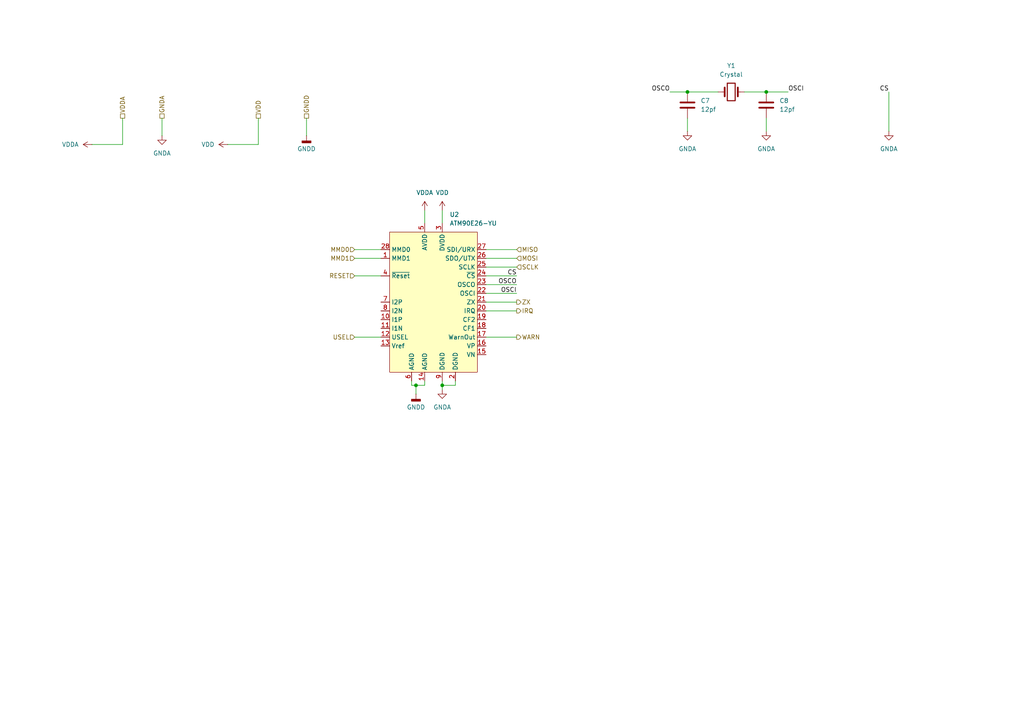
<source format=kicad_sch>
(kicad_sch (version 20250114) (generator "eeschema") (generator_version "9.0")
  (paper "A4")
  (lib_symbols
    (symbol "Device:C" (pin_numbers (hide yes)) (pin_names (offset 0.254))
      (property "Reference" "C" (at 0.635 2.54 0))
      (property "Value" "C" (at 0.635 -2.54 0))
      (symbol "C_0_1"
        (polyline (pts (xy -2.032 0.762) (xy 2.032 0.762)) (stroke (width 0.508)))
        (polyline (pts (xy -2.032 -0.762) (xy 2.032 -0.762)) (stroke (width 0.508)))
      )
      (symbol "C_1_1"
        (pin passive line (at 0 3.81 270) (length 2.794) (name "~") (number "1"))
        (pin passive line (at 0 -3.81 90) (length 2.794) (name "~") (number "2"))
      )
    )
    (symbol "Device:Crystal" (pin_numbers (hide yes)) (pin_names (offset 1.016) (hide yes))
      (property "Reference" "Y" (at 0 3.81 0))
      (property "Value" "Crystal" (at 0 -3.81 0))
      (symbol "Crystal_0_1"
        (polyline (pts (xy -2.54 0) (xy -1.905 0)))
        (polyline (pts (xy -1.905 -1.27) (xy -1.905 1.27)) (stroke (width 0.508)))
        (rectangle (start -1.143 2.54) (end 1.143 -2.54) (stroke (width 0.3048)))
        (polyline (pts (xy 1.905 -1.27) (xy 1.905 1.27)) (stroke (width 0.508)))
        (polyline (pts (xy 2.54 0) (xy 1.905 0)))
      )
      (symbol "Crystal_1_1"
        (pin passive line (at -3.81 0 0) (length 1.27) (name "1") (number "1"))
        (pin passive line (at 3.81 0 180) (length 1.27) (name "2") (number "2"))
      )
    )
    (symbol "Sensor_Energy:ATM90E26-YU"
      (property "Reference" "U2" (at 4.6833 25.4 0))
      (property "Value" "ATM90E26-YU" (at 4.6833 22.86 0))
      (symbol "ATM90E26-YU_1_0"
        (pin input line (at -15.24 15.24 0) (length 2.54) (name "MMD0") (number "28"))
        (pin input line (at -15.24 12.7 0) (length 2.54) (name "MMD1") (number "1"))
        (pin input line (at -15.24 7.62 0) (length 2.54) (name "~{Reset}") (number "4"))
        (pin input line (at -15.24 0 0) (length 2.54) (name "I2P") (number "7"))
        (pin input line (at -15.24 -2.54 0) (length 2.54) (name "I2N") (number "8"))
        (pin input line (at -15.24 -5.08 0) (length 2.54) (name "I1P") (number "10"))
        (pin input line (at -15.24 -7.62 0) (length 2.54) (name "I1N") (number "11"))
        (pin input line (at -15.24 -10.16 0) (length 2.54) (name "USEL") (number "12"))
        (pin output line (at -15.24 -12.7 0) (length 2.54) (name "Vref") (number "13"))
        (pin power_in line (at -6.35 -22.86 90) (length 2.54) (name "AGND") (number "6"))
        (pin power_in line (at -2.54 22.86 270) (length 2.54) (name "AVDD") (number "5"))
        (pin power_in line (at -2.54 -22.86 90) (length 2.54) (name "AGND") (number "14"))
        (pin power_in line (at 2.54 22.86 270) (length 2.54) (name "DVDD") (number "3"))
        (pin power_in line (at 2.54 -22.86 90) (length 2.54) (name "DGND") (number "9"))
        (pin power_in line (at 6.35 -22.86 90) (length 2.54) (name "DGND") (number "2"))
        (pin input line (at 15.24 15.24 180) (length 2.54) (name "SDI/URX") (number "27"))
        (pin output line (at 15.24 12.7 180) (length 2.54) (name "SDO/UTX") (number "26"))
        (pin input line (at 15.24 10.16 180) (length 2.54) (name "SCLK") (number "25"))
        (pin input line (at 15.24 7.62 180) (length 2.54) (name "~{CS}") (number "24"))
        (pin output line (at 15.24 5.08 180) (length 2.54) (name "OSCO") (number "23"))
        (pin input line (at 15.24 2.54 180) (length 2.54) (name "OSCI") (number "22"))
        (pin output line (at 15.24 0 180) (length 2.54) (name "ZX") (number "21"))
        (pin output line (at 15.24 -2.54 180) (length 2.54) (name "IRQ") (number "20"))
        (pin output line (at 15.24 -5.08 180) (length 2.54) (name "CF2") (number "19"))
        (pin output line (at 15.24 -7.62 180) (length 2.54) (name "CF1") (number "18"))
        (pin output line (at 15.24 -10.16 180) (length 2.54) (name "WarnOut") (number "17"))
        (pin input line (at 15.24 -12.7 180) (length 2.54) (name "VP") (number "16"))
        (pin input line (at 15.24 -15.24 180) (length 2.54) (name "VN") (number "15"))
      )
      (symbol "ATM90E26-YU_1_1"
        (rectangle (start -12.7 20.32) (end 12.7 -20.32) (fill (type background)))
      )
    )
    (symbol "power:GNDA" (power) (pin_numbers (hide yes)) (pin_names (offset 0) (hide yes))
      (property "Value" "GNDA" (at 0 -3.81 0))
      (symbol "GNDA_0_1"
        (polyline (pts (xy 0 0) (xy 0 -1.27) (xy 1.27 -1.27) (xy 0 -2.54) (xy -1.27 -1.27) (xy 0 -1.27)))
      )
      (symbol "GNDA_1_1"
        (pin power_in line (at 0 0 270) (length 0) (name "~") (number "1"))
      )
    )
    (symbol "power:GNDD" (power) (pin_numbers (hide yes)) (pin_names (offset 0) (hide yes))
      (property "Value" "GNDD" (at 0 -3.175 0))
      (symbol "GNDD_0_1"
        (rectangle (start -1.27 -1.524) (end 1.27 -2.032) (stroke (width 0.254)) (fill (type outline)))
        (polyline (pts (xy 0 0) (xy 0 -1.524)))
      )
      (symbol "GNDD_1_1"
        (pin power_in line (at 0 0 270) (length 0) (name "~") (number "1"))
      )
    )
    (symbol "power:VDD" (power) (pin_numbers (hide yes)) (pin_names (offset 0) (hide yes))
      (property "Value" "VDD" (at 0 3.556 0))
      (symbol "VDD_0_1"
        (polyline (pts (xy -0.762 1.27) (xy 0 2.54)))
        (polyline (pts (xy 0 2.54) (xy 0.762 1.27)))
        (polyline (pts (xy 0 0) (xy 0 2.54)))
      )
      (symbol "VDD_1_1"
        (pin power_in line (at 0 0 90) (length 0) (name "~") (number "1"))
      )
    )
    (symbol "power:VDDA" (power) (pin_numbers (hide yes)) (pin_names (offset 0) (hide yes))
      (property "Value" "VDDA" (at 0 3.556 0))
      (symbol "VDDA_0_1"
        (polyline (pts (xy -0.762 1.27) (xy 0 2.54)))
        (polyline (pts (xy 0 2.54) (xy 0.762 1.27)))
        (polyline (pts (xy 0 0) (xy 0 2.54)))
      )
      (symbol "VDDA_1_1"
        (pin power_in line (at 0 0 90) (length 0) (name "~") (number "1"))
      )
    )
  )
  (junction (at 128.27 111.76))
  (junction (at 120.65 111.76))
  (junction (at 199.39 26.67))
  (junction (at 222.25 26.67))
  (wire (pts (xy 102.87 74.93) (xy 110.49 74.93)))
  (wire (pts (xy 132.08 111.76) (xy 128.27 111.76)))
  (wire (pts (xy 102.87 80.01) (xy 110.49 80.01)))
  (wire (pts (xy 257.81 26.67) (xy 257.81 38.1)))
  (wire (pts (xy 140.97 85.09) (xy 149.86 85.09)))
  (wire (pts (xy 140.97 77.47) (xy 149.86 77.47)))
  (wire (pts (xy 222.25 34.29) (xy 222.25 38.1)))
  (wire (pts (xy 222.25 26.67) (xy 228.6 26.67)))
  (wire (pts (xy 128.27 110.49) (xy 128.27 111.76)))
  (wire (pts (xy 140.97 72.39) (xy 149.86 72.39)))
  (wire (pts (xy 140.97 82.55) (xy 149.86 82.55)))
  (wire (pts (xy 140.97 74.93) (xy 149.86 74.93)))
  (wire (pts (xy 74.93 34.29) (xy 74.93 41.91)))
  (wire (pts (xy 123.19 110.49) (xy 123.19 111.76)))
  (wire (pts (xy 194.31 26.67) (xy 199.39 26.67)))
  (wire (pts (xy 199.39 38.1) (xy 199.39 34.29)))
  (wire (pts (xy 120.65 111.76) (xy 123.19 111.76)))
  (wire (pts (xy 66.04 41.91) (xy 74.93 41.91)))
  (wire (pts (xy 46.99 34.29) (xy 46.99 39.37)))
  (wire (pts (xy 199.39 26.67) (xy 208.28 26.67)))
  (wire (pts (xy 26.67 41.91) (xy 35.56 41.91)))
  (wire (pts (xy 35.56 34.29) (xy 35.56 41.91)))
  (wire (pts (xy 215.9 26.67) (xy 222.25 26.67)))
  (wire (pts (xy 128.27 111.76) (xy 128.27 113.03)))
  (wire (pts (xy 88.9 34.29) (xy 88.9 39.37)))
  (wire (pts (xy 120.65 111.76) (xy 120.65 114.3)))
  (wire (pts (xy 102.87 72.39) (xy 110.49 72.39)))
  (wire (pts (xy 140.97 87.63) (xy 149.86 87.63)))
  (wire (pts (xy 128.27 60.96) (xy 128.27 64.77)))
  (wire (pts (xy 140.97 97.79) (xy 149.86 97.79)))
  (wire (pts (xy 140.97 90.17) (xy 149.86 90.17)))
  (wire (pts (xy 119.38 111.76) (xy 120.65 111.76)))
  (wire (pts (xy 102.87 97.79) (xy 110.49 97.79)))
  (wire (pts (xy 119.38 110.49) (xy 119.38 111.76)))
  (wire (pts (xy 140.97 80.01) (xy 149.86 80.01)))
  (wire (pts (xy 132.08 110.49) (xy 132.08 111.76)))
  (wire (pts (xy 123.19 60.96) (xy 123.19 64.77)))
  (label "OSCO" (at 149.86 82.55 180))
  (label "OSCI" (at 149.86 85.09 180))
  (label "OSCO" (at 194.31 26.67 180))
  (label "CS" (at 149.86 80.01 180))
  (label "OSCI" (at 228.6 26.67 0))
  (label "CS" (at 257.81 26.67 180))
  (hierarchical_label "ZX" (shape output) (at 149.86 87.63 0))
  (hierarchical_label "USEL" (shape input) (at 102.87 97.79 180))
  (hierarchical_label "GNDA" (shape passive) (at 46.99 34.29 90))
  (hierarchical_label "GNDD" (shape passive) (at 88.9 34.29 90))
  (hierarchical_label "MMD1" (shape input) (at 102.87 74.93 180))
  (hierarchical_label "IRQ" (shape output) (at 149.86 90.17 0))
  (hierarchical_label "MISO" (shape input) (at 149.86 72.39 0))
  (hierarchical_label "MMD0" (shape input) (at 102.87 72.39 180))
  (hierarchical_label "VDDA" (shape passive) (at 35.56 34.29 90))
  (hierarchical_label "VDD" (shape passive) (at 74.93 34.29 90))
  (hierarchical_label "SCLK" (shape input) (at 149.86 77.47 0))
  (hierarchical_label "RESET" (shape input) (at 102.87 80.01 180))
  (hierarchical_label "MOSI" (shape input) (at 149.86 74.93 0))
  (hierarchical_label "WARN" (shape output) (at 149.86 97.79 0))
  (symbol (lib_id "power:GNDD") (at 88.9 39.37 0) (unit 1)
    (property "Reference" "#PWR026" (effects (hide yes)))
    (property "Value" "GNDD" (at 88.9 43.18 0))
    (property "Description" "Power symbol creates a global label with name \"GNDD\" , digital ground" (effects (hide yes)))
  )
  (symbol (lib_id "power:GNDD") (at 120.65 114.3 0) (unit 1)
    (property "Reference" "#PWR018" (effects (hide yes)))
    (property "Value" "GNDD" (at 120.65 118.11 0))
    (property "Description" "Power symbol creates a global label with name \"GNDD\" , digital ground" (effects (hide yes)))
  )
  (symbol (lib_id "power:GNDA") (at 128.27 113.03 0) (unit 1)
    (property "Reference" "#PWR019" (effects (hide yes)))
    (property "Value" "GNDA" (at 128.27 118.11 0))
    (property "Description" "Power symbol creates a global label with name \"GNDA\" , analog ground" (effects (hide yes)))
  )
  (symbol (lib_id "power:GNDA") (at 257.81 38.1 0) (unit 1)
    (property "Reference" "#PWR020" (effects (hide yes)))
    (property "Value" "GNDA" (at 257.81 43.18 0))
    (property "Description" "Power symbol creates a global label with name \"GNDA\" , analog ground" (effects (hide yes)))
  )
  (symbol (lib_id "power:GNDA") (at 46.99 39.37 0) (unit 1)
    (property "Reference" "#PWR024" (effects (hide yes)))
    (property "Value" "GNDA" (at 46.99 44.45 0))
    (property "Description" "Power symbol creates a global label with name \"GNDA\" , analog ground" (effects (hide yes)))
  )
  (symbol (lib_id "power:GNDA") (at 199.39 38.1 0) (unit 1)
    (property "Reference" "#PWR021" (effects (hide yes)))
    (property "Value" "GNDA" (at 199.39 43.18 0))
    (property "Description" "Power symbol creates a global label with name \"GNDA\" , analog ground" (effects (hide yes)))
  )
  (symbol (lib_id "power:VDD") (at 66.04 41.91 90) (unit 1)
    (property "Reference" "#PWR025" (effects (hide yes)))
    (property "Value" "VDD" (at 62.23 41.9099 90) (effects (justify left)))
    (property "Description" "Power symbol creates a global label with name \"VDD\"" (effects (hide yes)))
  )
  (symbol (lib_id "power:VDDA") (at 123.19 60.96 0) (unit 1)
    (property "Reference" "#PWR017" (effects (hide yes)))
    (property "Value" "VDDA" (at 123.19 55.88 0))
    (property "Description" "Power symbol creates a global label with name \"VDDA\"" (effects (hide yes)))
  )
  (symbol (lib_id "power:VDDA") (at 26.67 41.91 90) (unit 1)
    (property "Reference" "#PWR023" (effects (hide yes)))
    (property "Value" "VDDA" (at 22.86 41.9099 90) (effects (justify left)))
    (property "Description" "Power symbol creates a global label with name \"VDDA\"" (effects (hide yes)))
  )
  (symbol (lib_id "power:GNDA") (at 222.25 38.1 0) (unit 1)
    (property "Reference" "#PWR022" (effects (hide yes)))
    (property "Value" "GNDA" (at 222.25 43.18 0))
    (property "Description" "Power symbol creates a global label with name \"GNDA\" , analog ground" (effects (hide yes)))
  )
  (symbol (lib_id "Device:C") (at 199.39 30.48 0) (unit 1)
    (property "Reference" "C7" (at 203.2 29.2099 0) (effects (justify left)))
    (property "Value" "12pf" (at 203.2 31.7499 0) (effects (justify left)))
    (property "Description" "Unpolarized capacitor" (effects (hide yes)))
  )
  (symbol (lib_id "Device:C") (at 222.25 30.48 0) (unit 1)
    (property "Reference" "C8" (at 226.06 29.2099 0) (effects (justify left)))
    (property "Value" "12pf" (at 226.06 31.7499 0) (effects (justify left)))
    (property "Description" "Unpolarized capacitor" (effects (hide yes)))
  )
  (symbol (lib_id "power:VDD") (at 128.27 60.96 0) (unit 1)
    (property "Reference" "#PWR016" (effects (hide yes)))
    (property "Value" "VDD" (at 128.27 55.88 0))
    (property "Description" "Power symbol creates a global label with name \"VDD\"" (effects (hide yes)))
  )
  (symbol (lib_id "Device:Crystal") (at 212.09 26.67 0) (unit 1)
    (property "Reference" "Y1" (at 212.09 19.05 0))
    (property "Value" "Crystal" (at 212.09 21.59 0))
    (property "Description" "Two pin crystal" (effects (hide yes)))
  )
  (symbol (lib_id "Sensor_Energy:ATM90E26-YU") (at 125.73 87.63 0) (unit 1)
    (property "Reference" "U2" (at 130.4133 62.23 0) (effects (justify left)))
    (property "Value" "ATM90E26-YU" (at 130.4133 64.77 0) (effects (justify left)))
    (property "Footprint" "Package_SO:SSOP-28_5.3x10.2mm_P0.65mm" (effects (hide yes)))
    (property "Datasheet" "https://ww1.microchip.com/downloads/aemDocuments/documents/OTH/ProductDocuments/DataSheets/Atmel-46002-SE-M90E26-Datasheet.pdf" (effects (hide yes)))
    (property "Description" "High precision energy metering device for single-phase two-wire and single-phase three-wire, SSOP-28" (effects (hide yes)))
  )
)
</source>
